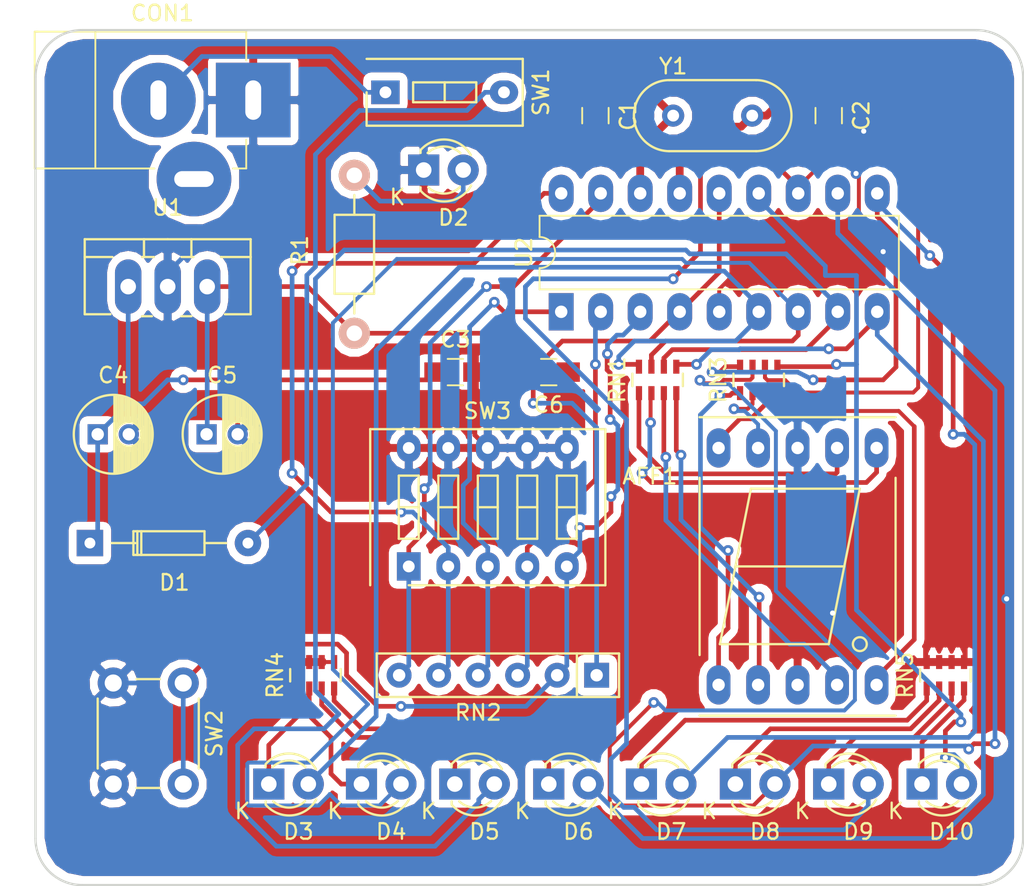
<source format=kicad_pcb>
(kicad_pcb (version 4) (host pcbnew 4.0.5-e0-6337~49~ubuntu16.04.1)
  (layers (0 F.Cu signal) (31 B.Cu signal) (34 B.Paste user) (35 F.Paste user) (36 B.SilkS user) (37 F.SilkS user) (38 B.Mask user) (39 F.Mask user) (44 Edge.Cuts user))
  (net 0 "")
  (net 1 "Net-(AFF1-Pad1)")
  (net 2 "Net-(AFF1-Pad2)")
  (net 3 GND)
  (net 4 "Net-(AFF1-Pad4)")
  (net 5 "Net-(AFF1-Pad5)")
  (net 6 "Net-(AFF1-Pad6)")
  (net 7 "Net-(AFF1-Pad7)")
  (net 8 "Net-(AFF1-Pad9)")
  (net 9 "Net-(AFF1-Pad10)")
  (net 10 "Net-(C1-Pad1)")
  (net 11 "Net-(C2-Pad1)")
  (net 12 "Net-(C3-Pad1)")
  (net 13 +5V)
  (net 14 "Net-(CON1-Pad2)")
  (net 15 "Net-(CON1-Pad3)")
  (net 16 "Net-(D1-Pad2)")
  (net 17 "Net-(D2-Pad2)")
  (net 18 "Net-(D3-Pad1)")
  (net 19 "Net-(D3-Pad2)")
  (net 20 "Net-(D4-Pad1)")
  (net 21 "Net-(D4-Pad2)")
  (net 22 "Net-(D5-Pad1)")
  (net 23 "Net-(D5-Pad2)")
  (net 24 "Net-(D6-Pad1)")
  (net 25 "Net-(D6-Pad2)")
  (net 26 "Net-(D7-Pad1)")
  (net 27 "Net-(D7-Pad2)")
  (net 28 "Net-(D8-Pad1)")
  (net 29 "Net-(D8-Pad2)")
  (net 30 "Net-(D9-Pad1)")
  (net 31 "Net-(D9-Pad2)")
  (net 32 "Net-(D10-Pad1)")
  (net 33 "Net-(D10-Pad2)")
  (net 34 "Net-(RN2-Pad2)")
  (net 35 "Net-(RN2-Pad3)")
  (net 36 "Net-(RN2-Pad4)")
  (net 37 "Net-(RN2-Pad5)")
  (net 38 "Net-(RN2-Pad6)")
  (module Displays_7-Segment:7SegmentLED_LTS6760_LTS6780 (layer F.Cu) (at 181.5 126)
    (fp_text reference AFF1 (at -9.5 -5.8) (layer F.SilkS))
    (fp_text value LTS-6980HR)
    (pad 1 thru_hole oval (at -5.08 7.62) (size 1.524 2.524) (drill 0.8) (layers *.Cu *.Mask) (net 1 "Net-(AFF1-Pad1)"))
    (pad 2 thru_hole oval (at -2.54 7.62) (size 1.524 2.524) (drill 0.8) (layers *.Cu *.Mask) (net 2 "Net-(AFF1-Pad2)"))
    (pad 3 thru_hole oval (at 0 7.62) (size 1.524 2.524) (drill 0.8) (layers *.Cu *.Mask) (net 3 GND))
    (pad 4 thru_hole oval (at 2.54 7.62) (size 1.524 2.524) (drill 0.8) (layers *.Cu *.Mask) (net 4 "Net-(AFF1-Pad4)"))
    (pad 5 thru_hole oval (at 5.08 7.62) (size 1.524 2.524) (drill 0.8) (layers *.Cu *.Mask) (net 5 "Net-(AFF1-Pad5)"))
    (pad 6 thru_hole oval (at 5.08 -7.62) (size 1.524 2.524) (drill 0.8) (layers *.Cu *.Mask) (net 6 "Net-(AFF1-Pad6)"))
    (pad 7 thru_hole oval (at 2.54 -7.62) (size 1.524 2.524) (drill 0.8) (layers *.Cu *.Mask) (net 7 "Net-(AFF1-Pad7)"))
    (pad 8 thru_hole oval (at 0 -7.62) (size 1.524 2.524) (drill 0.8) (layers *.Cu *.Mask) (net 3 GND))
    (pad 9 thru_hole oval (at -2.54 -7.62) (size 1.524 2.524) (drill 0.8) (layers *.Cu *.Mask) (net 8 "Net-(AFF1-Pad9)"))
    (pad 10 thru_hole oval (at -5.08 -7.62) (size 1.524 2.524) (drill 0.8) (layers *.Cu *.Mask) (net 9 "Net-(AFF1-Pad10)"))
  )
  (module Capacitors_SMD:C_0805_HandSoldering (layer F.Cu) (at 168.5 97 270)
    (fp_text reference C1 (at 0 -2.1 270) (layer F.SilkS))
    (fp_text value 22p)
    (pad 1 smd rect (at -1.25 0 270) (size 1.5 1.25) (layers F.Cu F.Paste F.Mask) (net 10 "Net-(C1-Pad1)"))
    (pad 2 smd rect (at 1.25 0 270) (size 1.5 1.25) (layers F.Cu F.Paste F.Mask) (net 3 GND))
  )
  (module Capacitors_SMD:C_0805_HandSoldering (layer F.Cu) (at 183.5 97 270)
    (fp_text reference C2 (at 0 -2.1 270) (layer F.SilkS))
    (fp_text value 22p)
    (pad 1 smd rect (at -1.25 0 270) (size 1.5 1.25) (layers F.Cu F.Paste F.Mask) (net 11 "Net-(C2-Pad1)"))
    (pad 2 smd rect (at 1.25 0 270) (size 1.5 1.25) (layers F.Cu F.Paste F.Mask) (net 3 GND))
  )
  (module Capacitors_SMD:C_0805_HandSoldering (layer F.Cu) (at 159.5 113.5)
    (fp_text reference C3 (at 0 -2.1) (layer F.SilkS))
    (fp_text value 100n)
    (pad 1 smd rect (at -1.25 0) (size 1.5 1.25) (layers F.Cu F.Paste F.Mask) (net 12 "Net-(C3-Pad1)"))
    (pad 2 smd rect (at 1.25 0) (size 1.5 1.25) (layers F.Cu F.Paste F.Mask) (net 3 GND))
  )
  (module Capacitors_THT:C_Radial_D5_L11_P2 (layer F.Cu) (at 136.5 117.5)
    (fp_text reference C4 (at 1 -3.8) (layer F.SilkS))
    (fp_text value 100u/25V)
    (pad 1 thru_hole rect (at 0 0) (size 1.3 1.3) (drill 0.8) (layers *.Cu *.Mask) (net 12 "Net-(C3-Pad1)"))
    (pad 2 thru_hole circle (at 2 0) (size 1.3 1.3) (drill 0.8) (layers *.Cu *.Mask) (net 3 GND))
  )
  (module Capacitors_THT:C_Radial_D5_L11_P2 (layer F.Cu) (at 143.5 117.5)
    (fp_text reference C5 (at 1 -3.8) (layer F.SilkS))
    (fp_text value 100u/16V)
    (pad 1 thru_hole rect (at 0 0) (size 1.3 1.3) (drill 0.8) (layers *.Cu *.Mask) (net 13 +5V))
    (pad 2 thru_hole circle (at 2 0) (size 1.3 1.3) (drill 0.8) (layers *.Cu *.Mask) (net 3 GND))
  )
  (module Capacitors_SMD:C_0805_HandSoldering (layer F.Cu) (at 165.5 113.5 180)
    (fp_text reference C6 (at 0 -2.1 180) (layer F.SilkS))
    (fp_text value 100n)
    (pad 1 smd rect (at -1.25 0 180) (size 1.5 1.25) (layers F.Cu F.Paste F.Mask) (net 3 GND))
    (pad 2 smd rect (at 1.25 0 180) (size 1.5 1.25) (layers F.Cu F.Paste F.Mask) (net 13 +5V))
  )
  (module Connectors:JACK_ALIM (layer F.Cu) (at 146.5 96)
    (fp_text reference CON1 (at -5.84 -5.59) (layer F.SilkS))
    (fp_text value BARREL_JACK)
    (pad 2 thru_hole circle (at -6.1 0) (size 4.8 4.8) (drill oval 1.02 2.54) (layers *.Cu *.Mask) (net 14 "Net-(CON1-Pad2)"))
    (pad 1 thru_hole rect (at 0 0) (size 4.8 4.8) (drill oval 1.02 2.54) (layers *.Cu *.Mask) (net 3 GND))
    (pad 3 thru_hole circle (at -3.81 5.08) (size 4.8 4.8) (drill oval 2.54 1.02) (layers *.Cu *.Mask) (net 15 "Net-(CON1-Pad3)"))
  )
  (module Diodes_THT:Diode_DO-35_SOD27_Horizontal_RM10 (layer F.Cu) (at 136 124.5)
    (fp_text reference D1 (at 5.43052 2.53746) (layer F.SilkS))
    (fp_text value 1N4007)
    (pad 2 thru_hole circle (at 10.16052 -0.00254 180) (size 1.69926 1.69926) (drill 0.70104) (layers *.Cu *.Mask) (net 16 "Net-(D1-Pad2)"))
    (pad 1 thru_hole rect (at 0.00052 -0.00254 180) (size 1.69926 1.69926) (drill 0.70104) (layers *.Cu *.Mask) (net 12 "Net-(C3-Pad1)"))
  )
  (module LEDs:LED-3MM (layer F.Cu) (at 157.46 100.5)
    (fp_text reference D2 (at 1.91 3.06) (layer F.SilkS))
    (fp_text value LED)
    (fp_text user K (at -1.69 1.74) (layer F.SilkS))
    (pad 1 thru_hole rect (at 0 0 90) (size 2 2) (drill 1.00076) (layers *.Cu *.Mask) (net 3 GND))
    (pad 2 thru_hole circle (at 2.54 0) (size 2 2) (drill 1.00076) (layers *.Cu *.Mask) (net 17 "Net-(D2-Pad2)"))
  )
  (module LEDs:LED-3MM (layer F.Cu) (at 147.5 140)
    (fp_text reference D3 (at 1.91 3.06) (layer F.SilkS))
    (fp_text value LED)
    (fp_text user K (at -1.69 1.74) (layer F.SilkS))
    (pad 1 thru_hole rect (at 0 0 90) (size 2 2) (drill 1.00076) (layers *.Cu *.Mask) (net 18 "Net-(D3-Pad1)"))
    (pad 2 thru_hole circle (at 2.54 0) (size 2 2) (drill 1.00076) (layers *.Cu *.Mask) (net 19 "Net-(D3-Pad2)"))
  )
  (module LEDs:LED-3MM (layer F.Cu) (at 153.46 140)
    (fp_text reference D4 (at 1.91 3.06) (layer F.SilkS))
    (fp_text value LED)
    (fp_text user K (at -1.69 1.74) (layer F.SilkS))
    (pad 1 thru_hole rect (at 0 0 90) (size 2 2) (drill 1.00076) (layers *.Cu *.Mask) (net 20 "Net-(D4-Pad1)"))
    (pad 2 thru_hole circle (at 2.54 0) (size 2 2) (drill 1.00076) (layers *.Cu *.Mask) (net 21 "Net-(D4-Pad2)"))
  )
  (module LEDs:LED-3MM (layer F.Cu) (at 159.46 140)
    (fp_text reference D5 (at 1.91 3.06) (layer F.SilkS))
    (fp_text value LED)
    (fp_text user K (at -1.69 1.74) (layer F.SilkS))
    (pad 1 thru_hole rect (at 0 0 90) (size 2 2) (drill 1.00076) (layers *.Cu *.Mask) (net 22 "Net-(D5-Pad1)"))
    (pad 2 thru_hole circle (at 2.54 0) (size 2 2) (drill 1.00076) (layers *.Cu *.Mask) (net 23 "Net-(D5-Pad2)"))
  )
  (module LEDs:LED-3MM (layer F.Cu) (at 165.5 140)
    (fp_text reference D6 (at 1.91 3.06) (layer F.SilkS))
    (fp_text value LED)
    (fp_text user K (at -1.69 1.74) (layer F.SilkS))
    (pad 1 thru_hole rect (at 0 0 90) (size 2 2) (drill 1.00076) (layers *.Cu *.Mask) (net 24 "Net-(D6-Pad1)"))
    (pad 2 thru_hole circle (at 2.54 0) (size 2 2) (drill 1.00076) (layers *.Cu *.Mask) (net 25 "Net-(D6-Pad2)"))
  )
  (module LEDs:LED-3MM (layer F.Cu) (at 171.46 140)
    (fp_text reference D7 (at 1.91 3.06) (layer F.SilkS))
    (fp_text value LED)
    (fp_text user K (at -1.69 1.74) (layer F.SilkS))
    (pad 1 thru_hole rect (at 0 0 90) (size 2 2) (drill 1.00076) (layers *.Cu *.Mask) (net 26 "Net-(D7-Pad1)"))
    (pad 2 thru_hole circle (at 2.54 0) (size 2 2) (drill 1.00076) (layers *.Cu *.Mask) (net 27 "Net-(D7-Pad2)"))
  )
  (module LEDs:LED-3MM (layer F.Cu) (at 177.5 140)
    (fp_text reference D8 (at 1.91 3.06) (layer F.SilkS))
    (fp_text value LED)
    (fp_text user K (at -1.69 1.74) (layer F.SilkS))
    (pad 1 thru_hole rect (at 0 0 90) (size 2 2) (drill 1.00076) (layers *.Cu *.Mask) (net 28 "Net-(D8-Pad1)"))
    (pad 2 thru_hole circle (at 2.54 0) (size 2 2) (drill 1.00076) (layers *.Cu *.Mask) (net 29 "Net-(D8-Pad2)"))
  )
  (module LEDs:LED-3MM (layer F.Cu) (at 183.5 140)
    (fp_text reference D9 (at 1.91 3.06) (layer F.SilkS))
    (fp_text value LED)
    (fp_text user K (at -1.69 1.74) (layer F.SilkS))
    (pad 1 thru_hole rect (at 0 0 90) (size 2 2) (drill 1.00076) (layers *.Cu *.Mask) (net 30 "Net-(D9-Pad1)"))
    (pad 2 thru_hole circle (at 2.54 0) (size 2 2) (drill 1.00076) (layers *.Cu *.Mask) (net 31 "Net-(D9-Pad2)"))
  )
  (module LEDs:LED-3MM (layer F.Cu) (at 189.5 140)
    (fp_text reference D10 (at 1.91 3.06) (layer F.SilkS))
    (fp_text value LED)
    (fp_text user K (at -1.69 1.74) (layer F.SilkS))
    (pad 1 thru_hole rect (at 0 0 90) (size 2 2) (drill 1.00076) (layers *.Cu *.Mask) (net 32 "Net-(D10-Pad1)"))
    (pad 2 thru_hole circle (at 2.54 0) (size 2 2) (drill 1.00076) (layers *.Cu *.Mask) (net 33 "Net-(D10-Pad2)"))
  )
  (module Resistors_THT:Resistor_Horizontal_RM10mm (layer F.Cu) (at 153 111 90)
    (fp_text reference R1 (at 5.32892 -3.50012 90) (layer F.SilkS))
    (fp_text value 330R)
    (pad 1 thru_hole circle (at 0 0 90) (size 1.99898 1.99898) (drill 1.00076) (layers *.Cu *.SilkS *.Mask) (net 13 +5V))
    (pad 2 thru_hole circle (at 10.16 0 90) (size 1.99898 1.99898) (drill 1.00076) (layers *.Cu *.SilkS *.Mask) (net 17 "Net-(D2-Pad2)"))
  )
  (module Resistors_SMD:R_Array_Concave_4x0603 (layer F.Cu) (at 172.5 114 90)
    (fp_text reference RN1 (at 0 -2.6 90) (layer F.SilkS))
    (fp_text value 330R)
    (pad 2 smd rect (at -0.85 -0.4 90) (size 0.9 0.4) (layers F.Cu F.Paste F.Mask) (net 6 "Net-(AFF1-Pad6)"))
    (pad 3 smd rect (at -0.85 0.4 90) (size 0.9 0.4) (layers F.Cu F.Paste F.Mask) (net 4 "Net-(AFF1-Pad4)"))
    (pad 1 smd rect (at -0.85 -1.2 90) (size 0.9 0.4) (layers F.Cu F.Paste F.Mask) (net 7 "Net-(AFF1-Pad7)"))
    (pad 4 smd rect (at -0.85 1.2 90) (size 0.9 0.4) (layers F.Cu F.Paste F.Mask) (net 2 "Net-(AFF1-Pad2)"))
    (pad 8 smd rect (at 0.85 -1.2 90) (size 0.9 0.4) (layers F.Cu F.Paste F.Mask) (net 19 "Net-(D3-Pad2)"))
    (pad 7 smd rect (at 0.85 -0.4 90) (size 0.9 0.4) (layers F.Cu F.Paste F.Mask) (net 21 "Net-(D4-Pad2)"))
    (pad 6 smd rect (at 0.85 0.4 90) (size 0.9 0.4) (layers F.Cu F.Paste F.Mask) (net 23 "Net-(D5-Pad2)"))
    (pad 5 smd rect (at 0.85 1.2 90) (size 0.9 0.4) (layers F.Cu F.Paste F.Mask) (net 25 "Net-(D6-Pad2)"))
  )
  (module Resistors_SMD:R_Array_Concave_4x0603 (layer F.Cu) (at 179 114 90)
    (fp_text reference RN3 (at 0 -2.6 90) (layer F.SilkS))
    (fp_text value 330R)
    (pad 2 smd rect (at -0.85 -0.4 90) (size 0.9 0.4) (layers F.Cu F.Paste F.Mask) (net 8 "Net-(AFF1-Pad9)"))
    (pad 3 smd rect (at -0.85 0.4 90) (size 0.9 0.4) (layers F.Cu F.Paste F.Mask) (net 9 "Net-(AFF1-Pad10)"))
    (pad 1 smd rect (at -0.85 -1.2 90) (size 0.9 0.4) (layers F.Cu F.Paste F.Mask) (net 1 "Net-(AFF1-Pad1)"))
    (pad 4 smd rect (at -0.85 1.2 90) (size 0.9 0.4) (layers F.Cu F.Paste F.Mask) (net 5 "Net-(AFF1-Pad5)"))
    (pad 8 smd rect (at 0.85 -1.2 90) (size 0.9 0.4) (layers F.Cu F.Paste F.Mask) (net 27 "Net-(D7-Pad2)"))
    (pad 7 smd rect (at 0.85 -0.4 90) (size 0.9 0.4) (layers F.Cu F.Paste F.Mask) (net 29 "Net-(D8-Pad2)"))
    (pad 6 smd rect (at 0.85 0.4 90) (size 0.9 0.4) (layers F.Cu F.Paste F.Mask) (net 31 "Net-(D9-Pad2)"))
    (pad 5 smd rect (at 0.85 1.2 90) (size 0.9 0.4) (layers F.Cu F.Paste F.Mask) (net 33 "Net-(D10-Pad2)"))
  )
  (module Resistors_SMD:R_Array_Concave_4x0603 (layer F.Cu) (at 150.5 133 90)
    (fp_text reference RN4 (at 0 -2.6 90) (layer F.SilkS))
    (fp_text value 330R)
    (pad 2 smd rect (at -0.85 -0.4 90) (size 0.9 0.4) (layers F.Cu F.Paste F.Mask) (net 20 "Net-(D4-Pad1)"))
    (pad 3 smd rect (at -0.85 0.4 90) (size 0.9 0.4) (layers F.Cu F.Paste F.Mask) (net 22 "Net-(D5-Pad1)"))
    (pad 1 smd rect (at -0.85 -1.2 90) (size 0.9 0.4) (layers F.Cu F.Paste F.Mask) (net 18 "Net-(D3-Pad1)"))
    (pad 4 smd rect (at -0.85 1.2 90) (size 0.9 0.4) (layers F.Cu F.Paste F.Mask) (net 24 "Net-(D6-Pad1)"))
    (pad 8 smd rect (at 0.85 -1.2 90) (size 0.9 0.4) (layers F.Cu F.Paste F.Mask) (net 3 GND))
    (pad 7 smd rect (at 0.85 -0.4 90) (size 0.9 0.4) (layers F.Cu F.Paste F.Mask) (net 3 GND))
    (pad 6 smd rect (at 0.85 0.4 90) (size 0.9 0.4) (layers F.Cu F.Paste F.Mask) (net 3 GND))
    (pad 5 smd rect (at 0.85 1.2 90) (size 0.9 0.4) (layers F.Cu F.Paste F.Mask) (net 3 GND))
  )
  (module Resistors_SMD:R_Array_Concave_4x0603 (layer F.Cu) (at 191 133 90)
    (fp_text reference RN5 (at 0 -2.6 90) (layer F.SilkS))
    (fp_text value 330R)
    (pad 2 smd rect (at -0.85 -0.4 90) (size 0.9 0.4) (layers F.Cu F.Paste F.Mask) (net 28 "Net-(D8-Pad1)"))
    (pad 3 smd rect (at -0.85 0.4 90) (size 0.9 0.4) (layers F.Cu F.Paste F.Mask) (net 30 "Net-(D9-Pad1)"))
    (pad 1 smd rect (at -0.85 -1.2 90) (size 0.9 0.4) (layers F.Cu F.Paste F.Mask) (net 26 "Net-(D7-Pad1)"))
    (pad 4 smd rect (at -0.85 1.2 90) (size 0.9 0.4) (layers F.Cu F.Paste F.Mask) (net 32 "Net-(D10-Pad1)"))
    (pad 8 smd rect (at 0.85 -1.2 90) (size 0.9 0.4) (layers F.Cu F.Paste F.Mask) (net 3 GND))
    (pad 7 smd rect (at 0.85 -0.4 90) (size 0.9 0.4) (layers F.Cu F.Paste F.Mask) (net 3 GND))
    (pad 6 smd rect (at 0.85 0.4 90) (size 0.9 0.4) (layers F.Cu F.Paste F.Mask) (net 3 GND))
    (pad 5 smd rect (at 0.85 1.2 90) (size 0.9 0.4) (layers F.Cu F.Paste F.Mask) (net 3 GND))
  )
  (module Buttons_Switches_THT:SW_DIP_x1_Slide (layer F.Cu) (at 155 95.5 270)
    (fp_text reference SW1 (at 0 -10 270) (layer F.SilkS))
    (fp_text value SW_SPST)
    (pad 1 thru_hole rect (at 0 0 270) (size 1.524 1.824) (drill 0.762) (layers *.Cu *.Mask) (net 14 "Net-(CON1-Pad2)"))
    (pad 2 thru_hole oval (at 0 -7.62 270) (size 1.524 1.824) (drill 0.762) (layers *.Cu *.Mask) (net 16 "Net-(D1-Pad2)"))
  )
  (module Buttons_Switches_THT:SW_PUSH_6mm (layer F.Cu) (at 142 133.5 270)
    (fp_text reference SW2 (at 3.25 -2 270) (layer F.SilkS))
    (fp_text value SW_Push)
    (pad 2 thru_hole circle (at 0 4.5) (size 2 2) (drill 1.1) (layers *.Cu *.Mask) (net 3 GND))
    (pad 1 thru_hole circle (at 0 0) (size 2 2) (drill 1.1) (layers *.Cu *.Mask) (net 34 "Net-(RN2-Pad2)"))
    (pad 2 thru_hole circle (at 6.5 4.5) (size 2 2) (drill 1.1) (layers *.Cu *.Mask) (net 3 GND))
    (pad 1 thru_hole circle (at 6.5 0) (size 2 2) (drill 1.1) (layers *.Cu *.Mask) (net 34 "Net-(RN2-Pad2)"))
  )
  (module Buttons_Switches_THT:SW_DIP_x5_Slide (layer F.Cu) (at 156.5 126)
    (fp_text reference SW3 (at 5.06 -10) (layer F.SilkS))
    (fp_text value SW_DIP_x05)
    (pad 1 thru_hole rect (at 0 0) (size 1.524 1.824) (drill 0.762) (layers *.Cu *.Mask) (net 38 "Net-(RN2-Pad6)"))
    (pad 10 thru_hole oval (at 0 -7.62) (size 1.524 1.824) (drill 0.762) (layers *.Cu *.Mask) (net 3 GND))
    (pad 2 thru_hole oval (at 2.54 0) (size 1.524 1.824) (drill 0.762) (layers *.Cu *.Mask) (net 37 "Net-(RN2-Pad5)"))
    (pad 9 thru_hole oval (at 2.54 -7.62) (size 1.524 1.824) (drill 0.762) (layers *.Cu *.Mask) (net 3 GND))
    (pad 3 thru_hole oval (at 5.08 0) (size 1.524 1.824) (drill 0.762) (layers *.Cu *.Mask) (net 36 "Net-(RN2-Pad4)"))
    (pad 8 thru_hole oval (at 5.08 -7.62) (size 1.524 1.824) (drill 0.762) (layers *.Cu *.Mask) (net 3 GND))
    (pad 4 thru_hole oval (at 7.62 0) (size 1.524 1.824) (drill 0.762) (layers *.Cu *.Mask) (net 35 "Net-(RN2-Pad3)"))
    (pad 7 thru_hole oval (at 7.62 -7.62) (size 1.524 1.824) (drill 0.762) (layers *.Cu *.Mask) (net 3 GND))
    (pad 5 thru_hole oval (at 10.16 0) (size 1.524 1.824) (drill 0.762) (layers *.Cu *.Mask) (net 34 "Net-(RN2-Pad2)"))
    (pad 6 thru_hole oval (at 10.16 -7.62) (size 1.524 1.824) (drill 0.762) (layers *.Cu *.Mask) (net 3 GND))
  )
  (module Housings_DIP:DIP-18_W7.62mm_LongPads (layer F.Cu) (at 166.3 109.62 90)
    (fp_text reference U2 (at 3.81 -2.39 90) (layer F.SilkS))
    (fp_text value PIC16F84A-XX/P)
    (pad 1 thru_hole rect (at 0 0 90) (size 2.4 1.6) (drill 0.8) (layers *.Cu *.Mask) (net 36 "Net-(RN2-Pad4)"))
    (pad 10 thru_hole oval (at 7.62 20.32 90) (size 2.4 1.6) (drill 0.8) (layers *.Cu *.Mask) (net 27 "Net-(D7-Pad2)"))
    (pad 2 thru_hole oval (at 0 2.54 90) (size 2.4 1.6) (drill 0.8) (layers *.Cu *.Mask) (net 35 "Net-(RN2-Pad3)"))
    (pad 11 thru_hole oval (at 7.62 17.78 90) (size 2.4 1.6) (drill 0.8) (layers *.Cu *.Mask) (net 29 "Net-(D8-Pad2)"))
    (pad 3 thru_hole oval (at 0 5.08 90) (size 2.4 1.6) (drill 0.8) (layers *.Cu *.Mask) (net 34 "Net-(RN2-Pad2)"))
    (pad 12 thru_hole oval (at 7.62 15.24 90) (size 2.4 1.6) (drill 0.8) (layers *.Cu *.Mask) (net 31 "Net-(D9-Pad2)"))
    (pad 4 thru_hole oval (at 0 7.62 90) (size 2.4 1.6) (drill 0.8) (layers *.Cu *.Mask) (net 13 +5V))
    (pad 13 thru_hole oval (at 7.62 12.7 90) (size 2.4 1.6) (drill 0.8) (layers *.Cu *.Mask) (net 33 "Net-(D10-Pad2)"))
    (pad 5 thru_hole oval (at 0 10.16 90) (size 2.4 1.6) (drill 0.8) (layers *.Cu *.Mask) (net 3 GND))
    (pad 14 thru_hole oval (at 7.62 10.16 90) (size 2.4 1.6) (drill 0.8) (layers *.Cu *.Mask) (net 13 +5V))
    (pad 6 thru_hole oval (at 0 12.7 90) (size 2.4 1.6) (drill 0.8) (layers *.Cu *.Mask) (net 19 "Net-(D3-Pad2)"))
    (pad 15 thru_hole oval (at 7.62 7.62 90) (size 2.4 1.6) (drill 0.8) (layers *.Cu *.Mask) (net 11 "Net-(C2-Pad1)"))
    (pad 7 thru_hole oval (at 0 15.24 90) (size 2.4 1.6) (drill 0.8) (layers *.Cu *.Mask) (net 21 "Net-(D4-Pad2)"))
    (pad 16 thru_hole oval (at 7.62 5.08 90) (size 2.4 1.6) (drill 0.8) (layers *.Cu *.Mask) (net 10 "Net-(C1-Pad1)"))
    (pad 8 thru_hole oval (at 0 17.78 90) (size 2.4 1.6) (drill 0.8) (layers *.Cu *.Mask) (net 23 "Net-(D5-Pad2)"))
    (pad 17 thru_hole oval (at 7.62 2.54 90) (size 2.4 1.6) (drill 0.8) (layers *.Cu *.Mask) (net 38 "Net-(RN2-Pad6)"))
    (pad 9 thru_hole oval (at 0 20.32 90) (size 2.4 1.6) (drill 0.8) (layers *.Cu *.Mask) (net 25 "Net-(D6-Pad2)"))
    (pad 18 thru_hole oval (at 7.62 0 90) (size 2.4 1.6) (drill 0.8) (layers *.Cu *.Mask) (net 37 "Net-(RN2-Pad5)"))
  )
  (module Crystals:HC-49V (layer F.Cu) (at 173.5 97)
    (fp_text reference Y1 (at 0 -3.175) (layer F.SilkS))
    (fp_text value 4MHz)
    (pad 1 thru_hole circle (at 0 0) (size 1.4224 1.4224) (drill 0.762) (layers *.Cu *.Mask) (net 10 "Net-(C1-Pad1)"))
    (pad 2 thru_hole circle (at 5.08 0) (size 1.4224 1.4224) (drill 0.762) (layers *.Cu *.Mask) (net 11 "Net-(C2-Pad1)"))
  )
  (module Resistors_THT:Resistor_Array_SIP6 (layer F.Cu) (at 168.58 133 180)
    (fp_text reference RN2 (at 7.62 -2.4 180) (layer F.SilkS))
    (fp_text value 10k)
    (pad 1 thru_hole rect (at 0 0 180) (size 1.6 1.6) (drill 0.8) (layers *.Cu *.Mask) (net 13 +5V))
    (pad 2 thru_hole oval (at 2.54 0 180) (size 1.6 1.6) (drill 0.8) (layers *.Cu *.Mask) (net 34 "Net-(RN2-Pad2)"))
    (pad 3 thru_hole oval (at 5.08 0 180) (size 1.6 1.6) (drill 0.8) (layers *.Cu *.Mask) (net 35 "Net-(RN2-Pad3)"))
    (pad 4 thru_hole oval (at 7.62 0 180) (size 1.6 1.6) (drill 0.8) (layers *.Cu *.Mask) (net 36 "Net-(RN2-Pad4)"))
    (pad 5 thru_hole oval (at 10.16 0 180) (size 1.6 1.6) (drill 0.8) (layers *.Cu *.Mask) (net 37 "Net-(RN2-Pad5)"))
    (pad 6 thru_hole oval (at 12.7 0 180) (size 1.6 1.6) (drill 0.8) (layers *.Cu *.Mask) (net 38 "Net-(RN2-Pad6)"))
  )
  (module TO_SOT_Packages_THT:TO-220_Neutral123_Vertical_LargePads (layer F.Cu) (at 141 108)
    (fp_text reference U1 (at 0 -5.08) (layer F.SilkS))
    (fp_text value LM7805)
    (pad 2 thru_hole oval (at 0 0 90) (size 3.50012 1.69926) (drill 1.00076) (layers *.Cu *.Mask) (net 3 GND))
    (pad 1 thru_hole oval (at -2.54 0 90) (size 3.50012 1.69926) (drill 1.00076) (layers *.Cu *.Mask) (net 12 "Net-(C3-Pad1)"))
    (pad 3 thru_hole oval (at 2.54 0 90) (size 3.50012 1.69926) (drill 1.00076) (layers *.Cu *.Mask) (net 13 +5V))
  )
  (gr_line (start 132.5 94.5) (end 132.5 143.5) (layer Edge.Cuts) (width 0.15))
  (gr_line (start 193 91.5) (end 135.5 91.5) (layer Edge.Cuts) (width 0.15))
  (gr_line (start 196 143.5) (end 196 94.5) (layer Edge.Cuts) (width 0.15))
  (gr_line (start 135.5 146.5) (end 193 146.5) (layer Edge.Cuts) (width 0.15))
  (gr_arc (start 135.5 94.5) (end 132.5 94.5) (angle 90) (layer Edge.Cuts) (width 0.15))
  (gr_arc (start 193 94.5) (end 193 91.5) (angle 90) (layer Edge.Cuts) (width 0.15))
  (gr_arc (start 135.5 143.5) (end 135.5 146.5) (angle 90) (layer Edge.Cuts) (width 0.15))
  (gr_arc (start 193 143.5) (end 196 143.5) (angle 90) (layer Edge.Cuts) (width 0.15))
  (segment (start 177.028139 129.971861) (end 176.42 130.58) (width 0.3) (layer F.Cu) (net 1))
  (segment (start 176.42 130.58) (end 176.42 133.62) (width 0.3) (layer F.Cu) (net 1))
  (segment (start 177.028139 124.971861) (end 177.028139 129.971861) (width 0.3) (layer F.Cu) (net 1))
  (segment (start 175.25399 123.470502) (end 176.755349 124.971861) (width 0.3) (layer B.Cu) (net 1))
  (segment (start 176.755349 124.971861) (end 177.028139 124.971861) (width 0.3) (layer B.Cu) (net 1))
  (via (at 177.028139 124.971861) (size 0.6858) (drill 0.3302) (layers F.Cu B.Cu) (net 1))
  (segment (start 176.5 115) (end 175.25399 116.24601) (width 0.3) (layer B.Cu) (net 1))
  (segment (start 175.25399 116.24601) (end 175.25399 123.470502) (width 0.3) (layer B.Cu) (net 1))
  (via (at 176.5 115) (size 0.6858) (drill 0.3302) (layers F.Cu B.Cu) (net 1))
  (segment (start 177.15 115) (end 176.5 115) (width 0.3) (layer F.Cu) (net 1))
  (segment (start 177.8 114.85) (end 177.3 114.85) (width 0.3) (layer F.Cu) (net 1))
  (segment (start 177.3 114.85) (end 177.15 115) (width 0.3) (layer F.Cu) (net 1))
  (segment (start 179.028139 127.971861) (end 179.028139 133.551861) (width 0.3) (layer F.Cu) (net 2))
  (segment (start 179.028139 133.551861) (end 178.96 133.62) (width 0.3) (layer F.Cu) (net 2))
  (segment (start 176.5 125.5) (end 178.971861 127.971861) (width 0.3) (layer B.Cu) (net 2))
  (segment (start 178.971861 127.971861) (end 179.028139 127.971861) (width 0.3) (layer B.Cu) (net 2))
  (via (at 179.028139 127.971861) (size 0.6858) (drill 0.3302) (layers F.Cu B.Cu) (net 2))
  (segment (start 174 123) (end 176.5 125.5) (width 0.3) (layer B.Cu) (net 2))
  (segment (start 174 118.838308) (end 174 123) (width 0.3) (layer B.Cu) (net 2))
  (via (at 174 118.838308) (size 0.6858) (drill 0.3302) (layers F.Cu B.Cu) (net 2))
  (segment (start 173.7 114.85) (end 173.7 118.538308) (width 0.3) (layer F.Cu) (net 2))
  (segment (start 173.7 118.538308) (end 174 118.838308) (width 0.3) (layer F.Cu) (net 2))
  (segment (start 185.75 98) (end 183.75 98) (width 0.254) (layer F.Cu) (net 3))
  (segment (start 183.75 98) (end 183.5 98.25) (width 0.254) (layer F.Cu) (net 3))
  (segment (start 185.600909 98.149091) (end 185.75 98) (width 0.254) (layer B.Cu) (net 3))
  (via (at 185.75 98) (size 0.6858) (drill 0.3302) (layers F.Cu B.Cu) (net 3))
  (segment (start 185.25801 100.7239) (end 185.600909 100.381001) (width 0.254) (layer B.Cu) (net 3))
  (segment (start 185.600909 100.381001) (end 185.600909 98.149091) (width 0.254) (layer B.Cu) (net 3))
  (segment (start 185.43899 100.68899) (end 185.25801 100.7239) (width 0.254) (layer F.Cu) (net 3))
  (segment (start 185.25801 100.50801) (end 185.25801 100.7239) (width 0.254) (layer F.Cu) (net 3))
  (via (at 185.25801 100.7239) (size 0.6858) (drill 0.3302) (layers F.Cu B.Cu) (net 3))
  (segment (start 187 105.25) (end 185.43899 103.68899) (width 0.254) (layer F.Cu) (net 3))
  (segment (start 185.43899 103.68899) (end 185.43899 100.68899) (width 0.254) (layer F.Cu) (net 3))
  (segment (start 187 105.75) (end 187 105.25) (width 0.254) (layer F.Cu) (net 3))
  (segment (start 183.407101 129.842899) (end 181.5 131.75) (width 0.254) (layer F.Cu) (net 3))
  (segment (start 181.5 131.75) (end 181.5 133.62) (width 0.254) (layer F.Cu) (net 3))
  (segment (start 183.75 129) (end 183.407101 129.342899) (width 0.254) (layer F.Cu) (net 3))
  (segment (start 183.407101 129.342899) (end 183.407101 129.842899) (width 0.254) (layer F.Cu) (net 3))
  (segment (start 184 128.75) (end 183.75 129) (width 0.254) (layer B.Cu) (net 3))
  (via (at 183.75 129) (size 0.6858) (drill 0.3302) (layers F.Cu B.Cu) (net 3))
  (segment (start 184 122.396) (end 184 128.75) (width 0.254) (layer B.Cu) (net 3))
  (segment (start 181.5 118.38) (end 181.5 119.896) (width 0.254) (layer B.Cu) (net 3))
  (segment (start 181.5 119.896) (end 184 122.396) (width 0.254) (layer B.Cu) (net 3))
  (segment (start 194.914802 113.664802) (end 194.937801 128.085198) (width 0.254) (layer B.Cu) (net 3))
  (segment (start 194.914802 128.085198) (end 194.937801 128.085198) (width 0.254) (layer B.Cu) (net 3))
  (via (at 194.937801 128.085198) (size 0.6858) (drill 0.3302) (layers F.Cu B.Cu) (net 3))
  (segment (start 188 106.75) (end 194.914802 113.664802) (width 0.254) (layer B.Cu) (net 3))
  (segment (start 187.75 106) (end 188 106.25) (width 0.254) (layer B.Cu) (net 3))
  (segment (start 188 106.25) (end 188 106.75) (width 0.254) (layer B.Cu) (net 3))
  (segment (start 187.5 105.75) (end 187.75 106) (width 0.254) (layer B.Cu) (net 3))
  (segment (start 187 105.75) (end 187.5 105.75) (width 0.254) (layer B.Cu) (net 3))
  (segment (start 185.5 107.25) (end 187 105.75) (width 0.254) (layer F.Cu) (net 3))
  (via (at 187 105.75) (size 0.6858) (drill 0.3302) (layers F.Cu B.Cu) (net 3))
  (segment (start 177.376 107.25) (end 185.5 107.25) (width 0.254) (layer F.Cu) (net 3))
  (segment (start 176.46 109.62) (end 176.46 108.166) (width 0.254) (layer F.Cu) (net 3))
  (segment (start 176.46 108.166) (end 177.376 107.25) (width 0.254) (layer F.Cu) (net 3))
  (segment (start 150.9 132.15) (end 151.7 132.15) (width 0.254) (layer F.Cu) (net 3))
  (segment (start 137.5 133.5) (end 139 133.5) (width 0.3) (layer B.Cu) (net 3))
  (segment (start 141 108) (end 141 107.09957) (width 0.3) (layer B.Cu) (net 3))
  (segment (start 141 107.09957) (end 146.5 101.59957) (width 0.3) (layer B.Cu) (net 3))
  (segment (start 146.5 101.59957) (end 146.5 96) (width 0.3) (layer B.Cu) (net 3))
  (segment (start 138.5 117.5) (end 141 115) (width 0.3) (layer F.Cu) (net 3))
  (segment (start 141 115) (end 141 108) (width 0.3) (layer F.Cu) (net 3))
  (segment (start 145.5 116.5) (end 145.445999 116.445999) (width 0.3) (layer F.Cu) (net 3))
  (segment (start 145.445999 116.445999) (end 139.554001 116.445999) (width 0.3) (layer F.Cu) (net 3))
  (segment (start 139.554001 116.445999) (end 139.149999 116.850001) (width 0.3) (layer F.Cu) (net 3))
  (segment (start 139.149999 116.850001) (end 138.5 117.5) (width 0.3) (layer F.Cu) (net 3))
  (segment (start 145.5 117.5) (end 145.5 116.5) (width 0.3) (layer F.Cu) (net 3))
  (segment (start 156.5 118.38) (end 146.38 118.38) (width 0.3) (layer F.Cu) (net 3))
  (segment (start 146.38 118.38) (end 145.5 117.5) (width 0.3) (layer F.Cu) (net 3))
  (segment (start 166.75 113.5) (end 166.75 118.29) (width 0.3) (layer F.Cu) (net 3))
  (segment (start 166.75 118.29) (end 166.66 118.38) (width 0.3) (layer F.Cu) (net 3))
  (segment (start 160.75 113.5) (end 160.75 117.55) (width 0.3) (layer F.Cu) (net 3))
  (segment (start 160.75 117.55) (end 161.58 118.38) (width 0.3) (layer F.Cu) (net 3))
  (segment (start 164.12 118.38) (end 166.66 118.38) (width 0.3) (layer F.Cu) (net 3))
  (segment (start 161.58 118.38) (end 164.12 118.38) (width 0.3) (layer F.Cu) (net 3))
  (segment (start 159.04 118.38) (end 161.58 118.38) (width 0.3) (layer F.Cu) (net 3))
  (segment (start 156.5 118.38) (end 159.04 118.38) (width 0.3) (layer F.Cu) (net 3))
  (segment (start 173.028139 118.971861) (end 173.028139 123.028139) (width 0.3) (layer B.Cu) (net 4))
  (segment (start 173.028139 123.028139) (end 181 131) (width 0.3) (layer B.Cu) (net 4))
  (segment (start 181 131) (end 181.92 131) (width 0.3) (layer B.Cu) (net 4))
  (segment (start 181.92 131) (end 184.04 133.12) (width 0.3) (layer B.Cu) (net 4))
  (segment (start 184.04 133.12) (end 184.04 133.62) (width 0.3) (layer B.Cu) (net 4))
  (segment (start 172.9 118.892) (end 172.979861 118.971861) (width 0.3) (layer F.Cu) (net 4))
  (segment (start 172.979861 118.971861) (end 173.028139 118.971861) (width 0.3) (layer F.Cu) (net 4))
  (via (at 173.028139 118.971861) (size 0.6858) (drill 0.3302) (layers F.Cu B.Cu) (net 4))
  (segment (start 172.9 114.85) (end 172.9 118.892) (width 0.3) (layer F.Cu) (net 4))
  (segment (start 189 117) (end 188 116) (width 0.254) (layer F.Cu) (net 5))
  (segment (start 188 116) (end 180.25 116) (width 0.254) (layer F.Cu) (net 5))
  (segment (start 180.25 116) (end 180.2 115.95) (width 0.254) (layer F.Cu) (net 5))
  (segment (start 180.2 115.95) (end 180.2 114.85) (width 0.254) (layer F.Cu) (net 5))
  (segment (start 186.58 133.62) (end 186.58 133.12) (width 0.3) (layer F.Cu) (net 5))
  (segment (start 186.58 133.12) (end 189 130.7) (width 0.3) (layer F.Cu) (net 5))
  (segment (start 189 130.7) (end 189 117) (width 0.3) (layer F.Cu) (net 5))
  (segment (start 172.0469 116.75) (end 172.0469 114.9031) (width 0.254) (layer F.Cu) (net 6))
  (segment (start 172.0469 114.9031) (end 172.1 114.85) (width 0.254) (layer F.Cu) (net 6))
  (segment (start 172 117.0469) (end 172 116.7969) (width 0.254) (layer B.Cu) (net 6))
  (segment (start 172 116.7969) (end 172.0469 116.75) (width 0.254) (layer B.Cu) (net 6))
  (via (at 172.0469 116.75) (size 0.6858) (drill 0.3302) (layers F.Cu B.Cu) (net 6))
  (segment (start 172 119.5) (end 172 117.0469) (width 0.3) (layer B.Cu) (net 6))
  (segment (start 171.5 120) (end 172 119.5) (width 0.3) (layer B.Cu) (net 6))
  (segment (start 172.10002 120.60002) (end 171.5 120) (width 0.3) (layer F.Cu) (net 6))
  (via (at 171.5 120) (size 0.6858) (drill 0.3302) (layers F.Cu B.Cu) (net 6))
  (segment (start 186.58 118.38) (end 186.58 119.942) (width 0.3) (layer F.Cu) (net 6))
  (segment (start 186.58 119.942) (end 185.92198 120.60002) (width 0.3) (layer F.Cu) (net 6))
  (segment (start 185.92198 120.60002) (end 172.10002 120.60002) (width 0.3) (layer F.Cu) (net 6))
  (segment (start 173.04601 120.04601) (end 171.3 118.3) (width 0.3) (layer F.Cu) (net 7))
  (segment (start 171.3 118.3) (end 171.3 114.85) (width 0.3) (layer F.Cu) (net 7))
  (segment (start 184.04 118.38) (end 184.04 119.942) (width 0.3) (layer F.Cu) (net 7))
  (segment (start 184.04 119.942) (end 183.93599 120.04601) (width 0.3) (layer F.Cu) (net 7))
  (segment (start 183.93599 120.04601) (end 173.04601 120.04601) (width 0.3) (layer F.Cu) (net 7))
  (segment (start 177.407017 115.864843) (end 178.289157 115.864843) (width 0.254) (layer F.Cu) (net 8))
  (segment (start 178.289157 115.864843) (end 178.6 115.554) (width 0.254) (layer F.Cu) (net 8))
  (segment (start 178.6 115.554) (end 178.6 114.85) (width 0.254) (layer F.Cu) (net 8))
  (segment (start 178.096 116) (end 177.542174 116) (width 0.254) (layer B.Cu) (net 8))
  (segment (start 177.542174 116) (end 177.407017 115.864843) (width 0.254) (layer B.Cu) (net 8))
  (via (at 177.407017 115.864843) (size 0.6858) (drill 0.3302) (layers F.Cu B.Cu) (net 8))
  (segment (start 178.96 118.38) (end 178.96 116.864) (width 0.254) (layer B.Cu) (net 8))
  (segment (start 178.96 116.864) (end 178.096 116) (width 0.254) (layer B.Cu) (net 8))
  (segment (start 177.8 116.5) (end 178.5 116.5) (width 0.3) (layer F.Cu) (net 9))
  (segment (start 179.4 115.6) (end 179.4 114.85) (width 0.3) (layer F.Cu) (net 9))
  (segment (start 178.5 116.5) (end 179.4 115.6) (width 0.3) (layer F.Cu) (net 9))
  (segment (start 176.42 118.38) (end 176.42 117.88) (width 0.3) (layer F.Cu) (net 9))
  (segment (start 176.42 117.88) (end 177.8 116.5) (width 0.3) (layer F.Cu) (net 9))
  (segment (start 171.38 102) (end 171.38 99.12) (width 0.5) (layer F.Cu) (net 10))
  (segment (start 171.38 99.12) (end 173.5 97) (width 0.5) (layer F.Cu) (net 10))
  (segment (start 168.5 95.75) (end 172.25 95.75) (width 0.5) (layer F.Cu) (net 10))
  (segment (start 172.25 95.75) (end 173.5 97) (width 0.5) (layer F.Cu) (net 10))
  (segment (start 176.288801 97.711199) (end 173.92 100.08) (width 0.5) (layer F.Cu) (net 11))
  (segment (start 173.92 100.08) (end 173.92 102) (width 0.5) (layer F.Cu) (net 11))
  (segment (start 178.58 97) (end 177.868801 97.711199) (width 0.5) (layer F.Cu) (net 11))
  (segment (start 177.868801 97.711199) (end 176.288801 97.711199) (width 0.5) (layer F.Cu) (net 11))
  (segment (start 178.58 97) (end 179.5 97) (width 0.5) (layer F.Cu) (net 11))
  (segment (start 180.75 95.75) (end 183.5 95.75) (width 0.5) (layer F.Cu) (net 11))
  (segment (start 179.5 97) (end 180.75 95.75) (width 0.5) (layer F.Cu) (net 11))
  (segment (start 142 114) (end 157.75 114) (width 0.3) (layer F.Cu) (net 12))
  (segment (start 157.75 114) (end 158.25 113.5) (width 0.3) (layer F.Cu) (net 12))
  (segment (start 141 114) (end 142 114) (width 0.3) (layer B.Cu) (net 12))
  (via (at 142 114) (size 0.6858) (drill 0.3302) (layers F.Cu B.Cu) (net 12))
  (segment (start 138.46 115.54) (end 139.46 115.54) (width 0.3) (layer B.Cu) (net 12))
  (segment (start 139.46 115.54) (end 141 114) (width 0.3) (layer B.Cu) (net 12))
  (segment (start 136.5 117.5) (end 136.5 123.99798) (width 0.3) (layer B.Cu) (net 12))
  (segment (start 136.5 123.99798) (end 136.00052 124.49746) (width 0.3) (layer B.Cu) (net 12))
  (segment (start 138.46 108) (end 138.46 115.54) (width 0.3) (layer B.Cu) (net 12))
  (segment (start 138.46 115.54) (end 136.5 117.5) (width 0.3) (layer B.Cu) (net 12))
  (segment (start 172 111.5) (end 166.375 111.5) (width 0.3) (layer F.Cu) (net 13))
  (segment (start 166.375 111.5) (end 164.375 113.5) (width 0.3) (layer F.Cu) (net 13))
  (segment (start 164.375 113.5) (end 164.25 113.5) (width 0.3) (layer F.Cu) (net 13))
  (segment (start 173.92 109.62) (end 173.88 109.62) (width 0.3) (layer F.Cu) (net 13))
  (segment (start 173.88 109.62) (end 172 111.5) (width 0.3) (layer F.Cu) (net 13))
  (segment (start 153 111) (end 162.675 111) (width 0.3) (layer F.Cu) (net 13))
  (segment (start 162.675 111) (end 164.25 112.575) (width 0.3) (layer F.Cu) (net 13))
  (segment (start 164.25 112.575) (end 164.25 113.5) (width 0.3) (layer F.Cu) (net 13))
  (segment (start 143.54 108) (end 150 108) (width 0.3) (layer F.Cu) (net 13))
  (segment (start 150 108) (end 153 111) (width 0.3) (layer F.Cu) (net 13))
  (segment (start 143.54 108) (end 143.54 117.46) (width 0.3) (layer B.Cu) (net 13))
  (segment (start 143.54 117.46) (end 143.5 117.5) (width 0.3) (layer B.Cu) (net 13))
  (segment (start 164.5 115.5) (end 164.5 113.75) (width 0.3) (layer F.Cu) (net 13))
  (segment (start 164.5 113.75) (end 164.25 113.5) (width 0.3) (layer F.Cu) (net 13))
  (via (at 164.5 115.5) (size 0.6858) (drill 0.3302) (layers F.Cu B.Cu) (net 13))
  (segment (start 165 115.5) (end 164.5 115.5) (width 0.3) (layer B.Cu) (net 13))
  (segment (start 167 115.5) (end 165 115.5) (width 0.3) (layer B.Cu) (net 13))
  (segment (start 168.58 117.08) (end 167 115.5) (width 0.3) (layer B.Cu) (net 13))
  (segment (start 168.58 133) (end 168.58 117.08) (width 0.3) (layer B.Cu) (net 13))
  (segment (start 176.46 102) (end 176.46 107.08) (width 0.3) (layer F.Cu) (net 13))
  (segment (start 176.46 107.08) (end 173.92 109.62) (width 0.3) (layer F.Cu) (net 13))
  (segment (start 155 95.5) (end 153.788 95.5) (width 0.3) (layer B.Cu) (net 14))
  (segment (start 153.788 95.5) (end 151.483999 93.195999) (width 0.3) (layer B.Cu) (net 14))
  (segment (start 151.483999 93.195999) (end 143.204001 93.195999) (width 0.3) (layer B.Cu) (net 14))
  (segment (start 142.799999 93.600001) (end 140.4 96) (width 0.3) (layer B.Cu) (net 14))
  (segment (start 143.204001 93.195999) (end 142.799999 93.600001) (width 0.3) (layer B.Cu) (net 14))
  (segment (start 149.94599 107.270522) (end 149.94599 120.71199) (width 0.3) (layer B.Cu) (net 16))
  (segment (start 149.94599 120.71199) (end 146.16052 124.49746) (width 0.3) (layer B.Cu) (net 16))
  (segment (start 153.333999 96.666001) (end 150.5 99.5) (width 0.3) (layer B.Cu) (net 16))
  (segment (start 150.5 99.5) (end 150.5 106.716512) (width 0.3) (layer B.Cu) (net 16))
  (segment (start 150.5 106.716512) (end 149.94599 107.270522) (width 0.3) (layer B.Cu) (net 16))
  (segment (start 162.62 95.5) (end 161.408 95.5) (width 0.3) (layer B.Cu) (net 16))
  (segment (start 161.408 95.5) (end 160.241999 96.666001) (width 0.3) (layer B.Cu) (net 16))
  (segment (start 160.241999 96.666001) (end 153.333999 96.666001) (width 0.3) (layer B.Cu) (net 16))
  (segment (start 153 100.84) (end 154.66 102.5) (width 0.3) (layer B.Cu) (net 17))
  (segment (start 154.66 102.5) (end 159.414213 102.5) (width 0.3) (layer B.Cu) (net 17))
  (segment (start 159.414213 102.5) (end 160 101.914213) (width 0.3) (layer B.Cu) (net 17))
  (segment (start 160 101.914213) (end 160 100.5) (width 0.3) (layer B.Cu) (net 17))
  (segment (start 149.3 135.7) (end 147.5 137.5) (width 0.3) (layer F.Cu) (net 18))
  (segment (start 147.5 137.5) (end 147.5 140) (width 0.3) (layer F.Cu) (net 18))
  (segment (start 149.3 133.85) (end 149.3 135.7) (width 0.3) (layer F.Cu) (net 18))
  (segment (start 173.858514 106.753066) (end 174.105448 107) (width 0.3) (layer B.Cu) (net 19))
  (segment (start 154.403491 112.096509) (end 159.746934 106.753066) (width 0.3) (layer B.Cu) (net 19))
  (segment (start 150.04 140) (end 154.403491 135.636509) (width 0.3) (layer B.Cu) (net 19))
  (segment (start 159.746934 106.753066) (end 173.858514 106.753066) (width 0.3) (layer B.Cu) (net 19))
  (segment (start 174.105448 107) (end 176.78 107) (width 0.3) (layer B.Cu) (net 19))
  (segment (start 176.78 107) (end 179 109.22) (width 0.3) (layer B.Cu) (net 19))
  (segment (start 154.403491 135.636509) (end 154.403491 112.096509) (width 0.3) (layer B.Cu) (net 19))
  (segment (start 179 109.22) (end 179 109.62) (width 0.3) (layer B.Cu) (net 19))
  (segment (start 170 113) (end 171.15 113) (width 0.3) (layer F.Cu) (net 19))
  (segment (start 171.15 113) (end 171.3 113.15) (width 0.3) (layer F.Cu) (net 19))
  (segment (start 170 112.5) (end 170 113) (width 0.3) (layer B.Cu) (net 19))
  (via (at 170 113) (size 0.6858) (drill 0.3302) (layers F.Cu B.Cu) (net 19))
  (segment (start 171 111.5) (end 170 112.5) (width 0.3) (layer B.Cu) (net 19))
  (segment (start 177.52 111.5) (end 171 111.5) (width 0.3) (layer B.Cu) (net 19))
  (segment (start 179 109.62) (end 179 110.02) (width 0.3) (layer B.Cu) (net 19))
  (segment (start 179 110.02) (end 177.52 111.5) (width 0.3) (layer B.Cu) (net 19))
  (segment (start 179 110.02) (end 179 109.62) (width 0.3) (layer F.Cu) (net 19))
  (segment (start 151.5 137) (end 150.1 135.6) (width 0.3) (layer F.Cu) (net 20))
  (segment (start 150.1 135.6) (end 150.1 133.85) (width 0.3) (layer F.Cu) (net 20))
  (segment (start 151.5 139.34) (end 151.5 137) (width 0.3) (layer F.Cu) (net 20))
  (segment (start 153.46 140) (end 152.16 140) (width 0.3) (layer F.Cu) (net 20))
  (segment (start 152.16 140) (end 151.5 139.34) (width 0.3) (layer F.Cu) (net 20))
  (segment (start 181.54 109.62) (end 178.38899 106.46899) (width 0.254) (layer B.Cu) (net 21))
  (segment (start 146.118999 138.695199) (end 146.118999 141.304801) (width 0.254) (layer B.Cu) (net 21))
  (segment (start 151.421001 140.662881) (end 151.421001 140.646803) (width 0.254) (layer B.Cu) (net 21))
  (segment (start 178.38899 106.46899) (end 174.325399 106.46899) (width 0.254) (layer B.Cu) (net 21))
  (segment (start 174.325399 106.46899) (end 174.078465 106.222056) (width 0.254) (layer B.Cu) (net 21))
  (segment (start 174.078465 106.222056) (end 155.734816 106.222056) (width 0.254) (layer B.Cu) (net 21))
  (segment (start 155.734816 106.222056) (end 151.619509 110.337363) (width 0.254) (layer B.Cu) (net 21))
  (segment (start 151.619509 110.337363) (end 151.619509 132.619509) (width 0.254) (layer B.Cu) (net 21))
  (segment (start 151.619509 132.619509) (end 153.872481 134.872481) (width 0.254) (layer B.Cu) (net 21))
  (segment (start 153.872481 134.872481) (end 150.125963 138.618999) (width 0.254) (layer B.Cu) (net 21))
  (segment (start 150.125963 138.618999) (end 146.195199 138.618999) (width 0.254) (layer B.Cu) (net 21))
  (segment (start 146.195199 138.618999) (end 146.118999 138.695199) (width 0.254) (layer B.Cu) (net 21))
  (segment (start 146.118999 141.304801) (end 146.195199 141.381001) (width 0.254) (layer B.Cu) (net 21))
  (segment (start 146.195199 141.381001) (end 150.702881 141.381001) (width 0.254) (layer B.Cu) (net 21))
  (segment (start 150.702881 141.381001) (end 151.421001 140.662881) (width 0.254) (layer B.Cu) (net 21))
  (segment (start 151.421001 140.646803) (end 152.155199 141.381001) (width 0.254) (layer B.Cu) (net 21))
  (segment (start 152.155199 141.381001) (end 154.618999 141.381001) (width 0.254) (layer B.Cu) (net 21))
  (segment (start 154.618999 141.381001) (end 155.000001 140.999999) (width 0.254) (layer B.Cu) (net 21))
  (segment (start 155.000001 140.999999) (end 156 140) (width 0.254) (layer B.Cu) (net 21))
  (segment (start 181.16 111.5) (end 173 111.5) (width 0.3) (layer F.Cu) (net 21))
  (segment (start 173 111.5) (end 172.1 112.4) (width 0.3) (layer F.Cu) (net 21))
  (segment (start 172.1 112.4) (end 172.1 113.15) (width 0.3) (layer F.Cu) (net 21))
  (segment (start 181.54 109.62) (end 181.54 111.12) (width 0.3) (layer F.Cu) (net 21))
  (segment (start 181.54 111.12) (end 181.16 111.5) (width 0.3) (layer F.Cu) (net 21))
  (segment (start 153 137) (end 150.9 134.9) (width 0.3) (layer F.Cu) (net 22))
  (segment (start 150.9 134.9) (end 150.9 133.85) (width 0.3) (layer F.Cu) (net 22))
  (segment (start 157.76 137) (end 153 137) (width 0.3) (layer F.Cu) (net 22))
  (segment (start 159.46 140) (end 159.46 138.7) (width 0.3) (layer F.Cu) (net 22))
  (segment (start 159.46 138.7) (end 157.76 137) (width 0.3) (layer F.Cu) (net 22))
  (segment (start 152.354948 105.645052) (end 174.31747 105.645052) (width 0.3) (layer B.Cu) (net 23))
  (segment (start 162 140) (end 161.000001 140.999999) (width 0.3) (layer B.Cu) (net 23))
  (segment (start 150.5 107.5) (end 152.354948 105.645052) (width 0.3) (layer B.Cu) (net 23))
  (segment (start 146.55401 136.44599) (end 151.054011 136.445989) (width 0.3) (layer B.Cu) (net 23))
  (segment (start 161.000001 141.187201) (end 158.187202 144) (width 0.3) (layer B.Cu) (net 23))
  (segment (start 147.98931 144) (end 145.5 141.51069) (width 0.3) (layer B.Cu) (net 23))
  (segment (start 174.31747 105.645052) (end 174.564397 105.891979) (width 0.3) (layer B.Cu) (net 23))
  (segment (start 161.000001 140.999999) (end 161.000001 141.187201) (width 0.3) (layer B.Cu) (net 23))
  (segment (start 150.5 134) (end 150.5 107.5) (width 0.3) (layer B.Cu) (net 23))
  (segment (start 151.054011 136.445989) (end 152 135.5) (width 0.3) (layer B.Cu) (net 23))
  (segment (start 180.75198 105.89198) (end 184.08 109.22) (width 0.3) (layer B.Cu) (net 23))
  (segment (start 152 135.5) (end 150.5 134) (width 0.3) (layer B.Cu) (net 23))
  (segment (start 174.564397 105.891979) (end 180.75198 105.89198) (width 0.3) (layer B.Cu) (net 23))
  (segment (start 145.5 137.5) (end 146.55401 136.44599) (width 0.3) (layer B.Cu) (net 23))
  (segment (start 158.187202 144) (end 147.98931 144) (width 0.3) (layer B.Cu) (net 23))
  (segment (start 145.5 141.51069) (end 145.5 137.5) (width 0.3) (layer B.Cu) (net 23))
  (segment (start 184.08 109.22) (end 184.08 109.62) (width 0.3) (layer B.Cu) (net 23))
  (segment (start 173.44599 112.05401) (end 182.04599 112.05401) (width 0.3) (layer F.Cu) (net 23))
  (segment (start 182.04599 112.05401) (end 184.08 110.02) (width 0.3) (layer F.Cu) (net 23))
  (segment (start 184.08 110.02) (end 184.08 109.62) (width 0.3) (layer F.Cu) (net 23))
  (segment (start 172.9 113.15) (end 172.9 112.6) (width 0.3) (layer F.Cu) (net 23))
  (segment (start 172.9 112.6) (end 173.44599 112.05401) (width 0.3) (layer F.Cu) (net 23))
  (segment (start 151.7 133.85) (end 151.7 134.64599) (width 0.3) (layer F.Cu) (net 24))
  (segment (start 151.7 134.64599) (end 153.5 136.44599) (width 0.3) (layer F.Cu) (net 24))
  (segment (start 153.5 136.44599) (end 163.24599 136.44599) (width 0.3) (layer F.Cu) (net 24))
  (segment (start 163.24599 136.44599) (end 165.5 138.7) (width 0.3) (layer F.Cu) (net 24))
  (segment (start 165.5 138.7) (end 165.5 140) (width 0.3) (layer F.Cu) (net 24))
  (segment (start 168.04 140) (end 171.54 143.5) (width 0.3) (layer B.Cu) (net 25))
  (segment (start 171.54 143.5) (end 190.617922 143.5) (width 0.3) (layer B.Cu) (net 25))
  (segment (start 193.444001 140.673921) (end 193.444001 117.944001) (width 0.3) (layer B.Cu) (net 25))
  (segment (start 190.617922 143.5) (end 193.444001 140.673921) (width 0.3) (layer B.Cu) (net 25))
  (segment (start 193.444001 117.944001) (end 186.62 111.12) (width 0.3) (layer B.Cu) (net 25))
  (segment (start 186.62 111.12) (end 186.62 109.62) (width 0.3) (layer B.Cu) (net 25))
  (segment (start 175 113) (end 173.85 113) (width 0.3) (layer F.Cu) (net 25))
  (segment (start 173.85 113) (end 173.7 113.15) (width 0.3) (layer F.Cu) (net 25))
  (segment (start 175.94599 112.05401) (end 175 113) (width 0.3) (layer B.Cu) (net 25))
  (via (at 175 113) (size 0.6858) (drill 0.3302) (layers F.Cu B.Cu) (net 25))
  (segment (start 177.749478 112.05401) (end 175.94599 112.05401) (width 0.3) (layer B.Cu) (net 25))
  (segment (start 183.5 112) (end 177.803488 112) (width 0.3) (layer B.Cu) (net 25))
  (segment (start 177.803488 112) (end 177.749478 112.05401) (width 0.3) (layer B.Cu) (net 25))
  (segment (start 184.64 112) (end 183.5 112) (width 0.3) (layer F.Cu) (net 25))
  (via (at 183.5 112) (size 0.6858) (drill 0.3302) (layers F.Cu B.Cu) (net 25))
  (segment (start 186.62 109.62) (end 186.62 110.02) (width 0.3) (layer F.Cu) (net 25))
  (segment (start 186.62 110.02) (end 184.64 112) (width 0.3) (layer F.Cu) (net 25))
  (segment (start 189.8 134.633024) (end 188.541043 135.891981) (width 0.3) (layer F.Cu) (net 26))
  (segment (start 188.541043 135.891981) (end 174.268019 135.891981) (width 0.3) (layer F.Cu) (net 26))
  (segment (start 174.268019 135.891981) (end 171.46 138.7) (width 0.3) (layer F.Cu) (net 26))
  (segment (start 171.46 138.7) (end 171.46 140) (width 0.3) (layer F.Cu) (net 26))
  (segment (start 189.8 133.85) (end 189.8 134.633024) (width 0.3) (layer F.Cu) (net 26))
  (segment (start 176.5 113.5) (end 176.85 113.15) (width 0.3) (layer F.Cu) (net 27))
  (segment (start 176.85 113.15) (end 177.8 113.15) (width 0.3) (layer F.Cu) (net 27))
  (segment (start 176 113.5) (end 176.5 113.5) (width 0.3) (layer F.Cu) (net 27))
  (via (at 176 113.5) (size 0.6858) (drill 0.3302) (layers F.Cu B.Cu) (net 27))
  (segment (start 181.5 113.5) (end 176 113.5) (width 0.3) (layer B.Cu) (net 27))
  (segment (start 182.5 114) (end 181.5 113.5) (width 0.3) (layer B.Cu) (net 27))
  (segment (start 182.5 114) (end 182.5 114) (width 0.3) (layer F.Cu) (net 27))
  (via (at 182.5 114) (size 0.6858) (drill 0.3302) (layers F.Cu B.Cu) (net 27))
  (segment (start 187 114) (end 182.5 114) (width 0.3) (layer F.Cu) (net 27))
  (segment (start 186.62 102) (end 186.62 103.5) (width 0.3) (layer F.Cu) (net 27))
  (segment (start 186.62 103.5) (end 187.82401 104.70401) (width 0.3) (layer F.Cu) (net 27))
  (segment (start 187.82401 113.17599) (end 187 114) (width 0.3) (layer F.Cu) (net 27))
  (segment (start 187.82401 104.70401) (end 187.82401 113.17599) (width 0.3) (layer F.Cu) (net 27))
  (segment (start 190 106) (end 186.62 102.62) (width 0.3) (layer B.Cu) (net 27))
  (segment (start 186.62 102.62) (end 186.62 102) (width 0.3) (layer B.Cu) (net 27))
  (segment (start 191.5 117.5) (end 191.5 107.5) (width 0.3) (layer F.Cu) (net 27))
  (via (at 190 106) (size 0.6858) (drill 0.3302) (layers F.Cu B.Cu) (net 27))
  (segment (start 191.5 107.5) (end 190 106) (width 0.3) (layer F.Cu) (net 27))
  (segment (start 192.889991 118.173479) (end 192.216512 117.5) (width 0.3) (layer B.Cu) (net 27))
  (segment (start 192.216512 117.5) (end 191.5 117.5) (width 0.3) (layer B.Cu) (net 27))
  (via (at 191.5 117.5) (size 0.6858) (drill 0.3302) (layers F.Cu B.Cu) (net 27))
  (segment (start 192.889991 136.610009) (end 192.889991 118.173479) (width 0.3) (layer B.Cu) (net 27))
  (segment (start 174 140) (end 177 137) (width 0.3) (layer B.Cu) (net 27))
  (segment (start 177 137) (end 192.5 137) (width 0.3) (layer B.Cu) (net 27))
  (segment (start 192.5 137) (end 192.889991 136.610009) (width 0.3) (layer B.Cu) (net 27))
  (segment (start 190.6 134.616512) (end 188.770521 136.445991) (width 0.3) (layer F.Cu) (net 28))
  (segment (start 188.770521 136.445991) (end 179.754009 136.445991) (width 0.3) (layer F.Cu) (net 28))
  (segment (start 179.754009 136.445991) (end 177.5 138.7) (width 0.3) (layer F.Cu) (net 28))
  (segment (start 177.5 138.7) (end 177.5 140) (width 0.3) (layer F.Cu) (net 28))
  (segment (start 190.6 133.85) (end 190.6 134.616512) (width 0.3) (layer F.Cu) (net 28))
  (segment (start 169.421001 141.171001) (end 169.631001 141.381001) (width 0.254) (layer F.Cu) (net 29))
  (segment (start 169.631001 141.381001) (end 178.658999 141.381001) (width 0.254) (layer F.Cu) (net 29))
  (segment (start 178.658999 141.381001) (end 179.040001 140.999999) (width 0.254) (layer F.Cu) (net 29))
  (segment (start 179.040001 140.999999) (end 180.04 140) (width 0.254) (layer F.Cu) (net 29))
  (segment (start 172.25 134.75) (end 169.421001 137.578999) (width 0.254) (layer F.Cu) (net 29))
  (segment (start 169.421001 137.578999) (end 169.421001 141.171001) (width 0.254) (layer F.Cu) (net 29))
  (segment (start 172.5 134.75) (end 172.25 134.75) (width 0.254) (layer B.Cu) (net 29))
  (via (at 172.25 134.75) (size 0.6858) (drill 0.3302) (layers F.Cu B.Cu) (net 29))
  (segment (start 173.01301 135.26301) (end 172.5 134.75) (width 0.254) (layer B.Cu) (net 29))
  (segment (start 175.218037 114.021308) (end 175.472828 114.276099) (width 0.254) (layer B.Cu) (net 29))
  (segment (start 185.18301 134.59345) (end 184.51345 135.26301) (width 0.254) (layer B.Cu) (net 29))
  (segment (start 175.472828 114.276099) (end 177.090533 114.276099) (width 0.254) (layer B.Cu) (net 29))
  (segment (start 180.10301 117.288576) (end 180.10301 127.56655) (width 0.254) (layer B.Cu) (net 29))
  (segment (start 184.51345 135.26301) (end 173.01301 135.26301) (width 0.254) (layer B.Cu) (net 29))
  (segment (start 177.090533 114.276099) (end 180.10301 117.288576) (width 0.254) (layer B.Cu) (net 29))
  (segment (start 180.10301 127.56655) (end 185.18301 132.64655) (width 0.254) (layer B.Cu) (net 29))
  (segment (start 185.18301 132.64655) (end 185.18301 134.59345) (width 0.254) (layer B.Cu) (net 29))
  (segment (start 175.473901 114.223901) (end 175.271308 114.021308) (width 0.254) (layer F.Cu) (net 29))
  (segment (start 175.271308 114.021308) (end 175.218037 114.021308) (width 0.254) (layer F.Cu) (net 29))
  (via (at 175.218037 114.021308) (size 0.6858) (drill 0.3302) (layers F.Cu B.Cu) (net 29))
  (segment (start 178.6 113.15) (end 178.6 113.854) (width 0.254) (layer F.Cu) (net 29))
  (segment (start 178.6 113.854) (end 178.454 114) (width 0.254) (layer F.Cu) (net 29))
  (segment (start 178.454 114) (end 176.750961 114) (width 0.254) (layer F.Cu) (net 29))
  (segment (start 176.750961 114) (end 176.52706 114.223901) (width 0.254) (layer F.Cu) (net 29))
  (segment (start 176.52706 114.223901) (end 175.473901 114.223901) (width 0.254) (layer F.Cu) (net 29))
  (segment (start 194.190901 114.690901) (end 184.08 104.58) (width 0.3) (layer B.Cu) (net 29))
  (segment (start 184.08 104.58) (end 184.08 102) (width 0.3) (layer B.Cu) (net 29))
  (segment (start 194.190901 137.404001) (end 194.190901 114.690901) (width 0.3) (layer B.Cu) (net 29))
  (segment (start 192.842899 137.404001) (end 194.190901 137.404001) (width 0.3) (layer F.Cu) (net 29))
  (segment (start 194.404001 137.404001) (end 194.190901 137.404001) (width 0.3) (layer F.Cu) (net 29))
  (via (at 194.190901 137.404001) (size 0.6858) (drill 0.3302) (layers F.Cu B.Cu) (net 29))
  (segment (start 192.5 137.7469) (end 192.842899 137.404001) (width 0.3) (layer F.Cu) (net 29))
  (segment (start 182.48599 137.55401) (end 192.30711 137.55401) (width 0.3) (layer B.Cu) (net 29))
  (segment (start 192.30711 137.55401) (end 192.5 137.7469) (width 0.3) (layer B.Cu) (net 29))
  (via (at 192.5 137.7469) (size 0.6858) (drill 0.3302) (layers F.Cu B.Cu) (net 29))
  (segment (start 180.04 140) (end 182.48599 137.55401) (width 0.3) (layer B.Cu) (net 29))
  (segment (start 189 137) (end 185.2 137) (width 0.3) (layer F.Cu) (net 30))
  (segment (start 185.2 137) (end 183.5 138.7) (width 0.3) (layer F.Cu) (net 30))
  (segment (start 183.5 138.7) (end 183.5 140) (width 0.3) (layer F.Cu) (net 30))
  (segment (start 191.4 133.85) (end 191.4 134.6) (width 0.3) (layer F.Cu) (net 30))
  (segment (start 191.4 134.6) (end 189 137) (width 0.3) (layer F.Cu) (net 30))
  (segment (start 188.75 100) (end 183.14 100) (width 0.254) (layer F.Cu) (net 31))
  (segment (start 183.14 100) (end 181.54 101.6) (width 0.254) (layer F.Cu) (net 31))
  (segment (start 181.54 101.6) (end 181.54 102) (width 0.254) (layer F.Cu) (net 31))
  (segment (start 189.25 100.5) (end 188.75 100) (width 0.254) (layer F.Cu) (net 31))
  (segment (start 189.25 102.5598) (end 189.25 100.5) (width 0.254) (layer F.Cu) (net 31))
  (segment (start 189.25 114.5) (end 189.25 102.5598) (width 0.254) (layer F.Cu) (net 31))
  (segment (start 188.935802 114.814198) (end 189.25 114.5) (width 0.254) (layer F.Cu) (net 31))
  (segment (start 181.5 114.814198) (end 188.935802 114.814198) (width 0.254) (layer F.Cu) (net 31))
  (segment (start 179.4 113.15) (end 179.4 113.854) (width 0.254) (layer F.Cu) (net 31))
  (segment (start 179.4 113.854) (end 179.564999 114.018999) (width 0.254) (layer F.Cu) (net 31))
  (segment (start 179.564999 114.018999) (end 180.704801 114.018999) (width 0.254) (layer F.Cu) (net 31))
  (segment (start 180.704801 114.018999) (end 181.5 114.814198) (width 0.254) (layer F.Cu) (net 31))
  (segment (start 164.5 107.5) (end 164.500036 107.500036) (width 0.3) (layer B.Cu) (net 31))
  (segment (start 164.500036 107.500036) (end 173.5 107.500036) (width 0.3) (layer B.Cu) (net 31))
  (segment (start 164 108) (end 164.5 107.5) (width 0.3) (layer B.Cu) (net 31))
  (segment (start 173.842899 107.157137) (end 173.5 107.500036) (width 0.3) (layer F.Cu) (net 31))
  (segment (start 175.25599 100.24401) (end 175.25599 105.744046) (width 0.3) (layer F.Cu) (net 31))
  (segment (start 176 99.5) (end 175.25599 100.24401) (width 0.3) (layer F.Cu) (net 31))
  (segment (start 179.44 99.5) (end 176 99.5) (width 0.3) (layer F.Cu) (net 31))
  (segment (start 169.5 140.676512) (end 169.5 138.391013) (width 0.3) (layer B.Cu) (net 31))
  (segment (start 181.54 101.6) (end 179.44 99.5) (width 0.3) (layer F.Cu) (net 31))
  (segment (start 164 110.047202) (end 164 108) (width 0.3) (layer B.Cu) (net 31))
  (segment (start 170.5 116.547202) (end 164 110.047202) (width 0.3) (layer B.Cu) (net 31))
  (segment (start 164 108) (end 164.092806 107.907194) (width 0.3) (layer B.Cu) (net 31))
  (segment (start 184.508223 142.94599) (end 172.44599 142.94599) (width 0.3) (layer B.Cu) (net 31))
  (segment (start 172.44599 142.94599) (end 171 141.5) (width 0.3) (layer B.Cu) (net 31))
  (segment (start 170.323488 141.5) (end 169.5 140.676512) (width 0.3) (layer B.Cu) (net 31))
  (segment (start 169.5 138.391013) (end 170.5 137.391013) (width 0.3) (layer B.Cu) (net 31))
  (segment (start 186.04 140) (end 186.04 141.414213) (width 0.3) (layer B.Cu) (net 31))
  (via (at 173.5 107.500036) (size 0.6858) (drill 0.3302) (layers F.Cu B.Cu) (net 31))
  (segment (start 186.04 141.414213) (end 184.508223 142.94599) (width 0.3) (layer B.Cu) (net 31))
  (segment (start 171 141.5) (end 170.323488 141.5) (width 0.3) (layer B.Cu) (net 31))
  (segment (start 175.25599 105.744046) (end 173.842899 107.157137) (width 0.3) (layer F.Cu) (net 31))
  (segment (start 170.5 137.391013) (end 170.5 116.547202) (width 0.3) (layer B.Cu) (net 31))
  (segment (start 192.2 133.85) (end 192.2 134.6) (width 0.3) (layer F.Cu) (net 32))
  (segment (start 192.2 134.6) (end 189.5 137.3) (width 0.3) (layer F.Cu) (net 32))
  (segment (start 189.5 137.3) (end 189.5 140) (width 0.3) (layer F.Cu) (net 32))
  (segment (start 185.28401 128.799077) (end 185.28401 113) (width 0.3) (layer B.Cu) (net 33))
  (segment (start 185.28401 113) (end 185.28401 107.28401) (width 0.3) (layer B.Cu) (net 33))
  (segment (start 184 113) (end 185.28401 113) (width 0.3) (layer B.Cu) (net 33))
  (segment (start 183.85 113.15) (end 184 113) (width 0.3) (layer F.Cu) (net 33))
  (via (at 184 113) (size 0.6858) (drill 0.3302) (layers F.Cu B.Cu) (net 33))
  (segment (start 180.2 113.15) (end 183.85 113.15) (width 0.3) (layer F.Cu) (net 33))
  (segment (start 183.28401 107.28401) (end 183.28401 106.68401) (width 0.3) (layer B.Cu) (net 33))
  (segment (start 183.28401 106.68401) (end 179 102.4) (width 0.3) (layer B.Cu) (net 33))
  (segment (start 179 102.4) (end 179 102) (width 0.3) (layer B.Cu) (net 33))
  (segment (start 185.28401 107.28401) (end 183.28401 107.28401) (width 0.3) (layer B.Cu) (net 33))
  (segment (start 192 136) (end 192 135.515067) (width 0.3) (layer B.Cu) (net 33))
  (segment (start 192 135.515067) (end 185.28401 128.799077) (width 0.3) (layer B.Cu) (net 33))
  (via (at 192 136) (size 0.6858) (drill 0.3302) (layers F.Cu B.Cu) (net 33))
  (segment (start 191.583488 136) (end 192 136) (width 0.3) (layer F.Cu) (net 33))
  (segment (start 191 138.30091) (end 191 136.583488) (width 0.3) (layer F.Cu) (net 33))
  (segment (start 191 136.583488) (end 191.583488 136) (width 0.3) (layer F.Cu) (net 33))
  (segment (start 191.562233 138.10802) (end 191.19289 138.10802) (width 0.3) (layer B.Cu) (net 33))
  (segment (start 191.19289 138.10802) (end 191 138.30091) (width 0.3) (layer B.Cu) (net 33))
  (via (at 191 138.30091) (size 0.6858) (drill 0.3302) (layers F.Cu B.Cu) (net 33))
  (segment (start 192.04 140) (end 192.04 138.585787) (width 0.3) (layer B.Cu) (net 33))
  (segment (start 192.04 138.585787) (end 191.562233 138.10802) (width 0.3) (layer B.Cu) (net 33))
  (segment (start 169.274992 112.320489) (end 169.274992 111.725008) (width 0.3) (layer B.Cu) (net 34))
  (segment (start 169.274992 111.725008) (end 169.88 111.12) (width 0.3) (layer B.Cu) (net 34))
  (segment (start 169.88 111.12) (end 170.28 111.12) (width 0.3) (layer B.Cu) (net 34))
  (segment (start 170.28 111.12) (end 171.38 110.02) (width 0.3) (layer B.Cu) (net 34))
  (segment (start 171.38 110.02) (end 171.38 109.62) (width 0.3) (layer B.Cu) (net 34))
  (segment (start 169.253099 112.641487) (end 169.274992 112.619594) (width 0.3) (layer F.Cu) (net 34))
  (segment (start 169.274992 112.619594) (end 169.274992 112.320489) (width 0.3) (layer F.Cu) (net 34))
  (via (at 169.274992 112.320489) (size 0.6858) (drill 0.3302) (layers F.Cu B.Cu) (net 34))
  (segment (start 169.44826 116.55174) (end 169.44826 113.553674) (width 0.3) (layer F.Cu) (net 34))
  (segment (start 169.253099 113.358513) (end 169.253099 112.641487) (width 0.3) (layer F.Cu) (net 34))
  (segment (start 169.44826 113.553674) (end 169.253099 113.358513) (width 0.3) (layer F.Cu) (net 34))
  (segment (start 169.5 116.5) (end 169.44826 116.55174) (width 0.3) (layer B.Cu) (net 34))
  (via (at 169.44826 116.55174) (size 0.6858) (drill 0.3302) (layers F.Cu B.Cu) (net 34))
  (segment (start 169.94599 116.94599) (end 169.5 116.5) (width 0.3) (layer B.Cu) (net 34))
  (segment (start 169.5 121.5) (end 169.94599 121.05401) (width 0.3) (layer B.Cu) (net 34))
  (segment (start 169.94599 121.05401) (end 169.94599 116.94599) (width 0.3) (layer B.Cu) (net 34))
  (segment (start 168.5 123.5) (end 169.5 122.5) (width 0.3) (layer F.Cu) (net 34))
  (segment (start 169.5 122.5) (end 169.5 121.5) (width 0.3) (layer F.Cu) (net 34))
  (via (at 169.5 121.5) (size 0.6858) (drill 0.3302) (layers F.Cu B.Cu) (net 34))
  (segment (start 167.5 123.5) (end 168.5 123.5) (width 0.3) (layer F.Cu) (net 34))
  (segment (start 167.5 125.01) (end 167.5 123.5) (width 0.3) (layer B.Cu) (net 34))
  (via (at 167.5 123.5) (size 0.6858) (drill 0.3302) (layers F.Cu B.Cu) (net 34))
  (segment (start 166.66 126) (end 166.66 125.85) (width 0.3) (layer B.Cu) (net 34))
  (segment (start 166.66 125.85) (end 167.5 125.01) (width 0.3) (layer B.Cu) (net 34))
  (segment (start 151.927202 131) (end 144.5 131) (width 0.3) (layer F.Cu) (net 34))
  (segment (start 144.5 131) (end 142 133.5) (width 0.3) (layer F.Cu) (net 34))
  (segment (start 152.5 133) (end 152.5 131.572798) (width 0.3) (layer F.Cu) (net 34))
  (segment (start 152.5 131.572798) (end 151.927202 131) (width 0.3) (layer F.Cu) (net 34))
  (segment (start 154.5 135) (end 152.5 133) (width 0.3) (layer F.Cu) (net 34))
  (segment (start 156 135) (end 154.5 135) (width 0.3) (layer F.Cu) (net 34))
  (via (at 156 135) (size 0.6858) (drill 0.3302) (layers F.Cu B.Cu) (net 34))
  (segment (start 164.04 135) (end 156 135) (width 0.3) (layer B.Cu) (net 34))
  (segment (start 166.04 133) (end 164.04 135) (width 0.3) (layer B.Cu) (net 34))
  (segment (start 142 133.5) (end 142 140) (width 0.3) (layer B.Cu) (net 34))
  (segment (start 166.66 126) (end 166.66 132.38) (width 0.3) (layer B.Cu) (net 34))
  (segment (start 166.66 132.38) (end 166.04 133) (width 0.3) (layer B.Cu) (net 34))
  (segment (start 168.5 113) (end 168.5 109.96) (width 0.3) (layer B.Cu) (net 35))
  (segment (start 168.5 109.96) (end 168.84 109.62) (width 0.3) (layer B.Cu) (net 35))
  (via (at 168.5 113) (size 0.6858) (drill 0.3302) (layers F.Cu B.Cu) (net 35))
  (segment (start 168.5 120.408) (end 168.5 113) (width 0.3) (layer F.Cu) (net 35))
  (segment (start 164.12 126) (end 164.12 124.788) (width 0.3) (layer F.Cu) (net 35))
  (segment (start 164.12 124.788) (end 168.5 120.408) (width 0.3) (layer F.Cu) (net 35))
  (segment (start 164.12 126) (end 164.12 132.38) (width 0.3) (layer B.Cu) (net 35))
  (segment (start 164.12 132.38) (end 163.5 133) (width 0.3) (layer B.Cu) (net 35))
  (segment (start 162 109) (end 162.62 109.62) (width 0.3) (layer F.Cu) (net 36))
  (segment (start 162.62 109.62) (end 166.3 109.62) (width 0.3) (layer F.Cu) (net 36))
  (segment (start 160.41399 110.58601) (end 162 109) (width 0.3) (layer B.Cu) (net 36))
  (via (at 162 109) (size 0.6858) (drill 0.3302) (layers F.Cu B.Cu) (net 36))
  (segment (start 160 123.208) (end 160 120.793033) (width 0.3) (layer B.Cu) (net 36))
  (segment (start 160 120.793033) (end 160.41399 120.379043) (width 0.3) (layer B.Cu) (net 36))
  (segment (start 160.41399 120.379043) (end 160.41399 110.58601) (width 0.3) (layer B.Cu) (net 36))
  (segment (start 161.58 126) (end 161.58 124.788) (width 0.3) (layer B.Cu) (net 36))
  (segment (start 161.58 124.788) (end 160 123.208) (width 0.3) (layer B.Cu) (net 36))
  (segment (start 161.58 126) (end 161.58 132.38) (width 0.3) (layer B.Cu) (net 36))
  (segment (start 161.58 132.38) (end 160.96 133) (width 0.3) (layer B.Cu) (net 36))
  (segment (start 156 122.5) (end 151.5 122.5) (width 0.3) (layer F.Cu) (net 37))
  (segment (start 151.5 122.5) (end 149 120) (width 0.3) (layer F.Cu) (net 37))
  (segment (start 156.752 122.5) (end 156 122.5) (width 0.3) (layer B.Cu) (net 37))
  (via (at 156 122.5) (size 0.6858) (drill 0.3302) (layers F.Cu B.Cu) (net 37))
  (segment (start 159.04 126) (end 159.04 124.788) (width 0.3) (layer B.Cu) (net 37))
  (segment (start 159.04 124.788) (end 156.752 122.5) (width 0.3) (layer B.Cu) (net 37))
  (via (at 149 120) (size 0.6858) (drill 0.3302) (layers F.Cu B.Cu) (net 37))
  (segment (start 149 107) (end 149 120) (width 0.3) (layer B.Cu) (net 37))
  (segment (start 160.7 106.5) (end 149.5 106.5) (width 0.3) (layer F.Cu) (net 37))
  (segment (start 149.5 106.5) (end 149 107) (width 0.3) (layer F.Cu) (net 37))
  (via (at 149 107) (size 0.6858) (drill 0.3302) (layers F.Cu B.Cu) (net 37))
  (segment (start 166.3 102) (end 165.2 102) (width 0.3) (layer F.Cu) (net 37))
  (segment (start 165.2 102) (end 160.7 106.5) (width 0.3) (layer F.Cu) (net 37))
  (segment (start 159.04 126) (end 159.04 132.38) (width 0.3) (layer B.Cu) (net 37))
  (segment (start 159.04 132.38) (end 158.42 133) (width 0.3) (layer B.Cu) (net 37))
  (segment (start 161.5 108) (end 163.24 108) (width 0.3) (layer F.Cu) (net 38))
  (segment (start 163.24 108) (end 168.84 102.4) (width 0.3) (layer F.Cu) (net 38))
  (segment (start 168.84 102.4) (end 168.84 102) (width 0.3) (layer F.Cu) (net 38))
  (via (at 161.5 108) (size 0.6858) (drill 0.3302) (layers F.Cu B.Cu) (net 38))
  (segment (start 157.87399 111.62601) (end 161.5 108) (width 0.3) (layer B.Cu) (net 38))
  (segment (start 157.5 121) (end 157.87399 120.62601) (width 0.3) (layer B.Cu) (net 38))
  (segment (start 157.87399 120.62601) (end 157.87399 111.62601) (width 0.3) (layer B.Cu) (net 38))
  (via (at 157.5 121) (size 0.6858) (drill 0.3302) (layers F.Cu B.Cu) (net 38))
  (segment (start 157.5 123.788) (end 157.5 121) (width 0.3) (layer F.Cu) (net 38))
  (segment (start 156.5 126) (end 156.5 124.788) (width 0.3) (layer F.Cu) (net 38))
  (segment (start 156.5 124.788) (end 157.5 123.788) (width 0.3) (layer F.Cu) (net 38))
  (segment (start 156.5 126) (end 156.5 132.38) (width 0.3) (layer B.Cu) (net 38))
  (segment (start 156.5 132.38) (end 155.88 133) (width 0.3) (layer B.Cu) (net 38))
  (zone (net 3) (net_name GND) (layer F.Cu) (connect_pads (clearance 0.508)) (min_thickness 0.254) (fill yes (arc_segments 16) (thermal_gap 0.508) (thermal_bridge_width 0.508))
    (polygon (pts (xy 132.5 91.5) (xy 196 91.5) (xy 196 146.5) (xy 132.5 146.5)))
  )
  (zone (net 3) (net_name GND) (layer B.Cu) (connect_pads (clearance 0.508)) (min_thickness 0.254) (fill yes (arc_segments 16) (thermal_gap 0.508) (thermal_bridge_width 0.508))
    (polygon (pts (xy 196 146.5) (xy 132.5 146.5) (xy 132.5 91.5) (xy 196 91.5)))
  )
)
</source>
